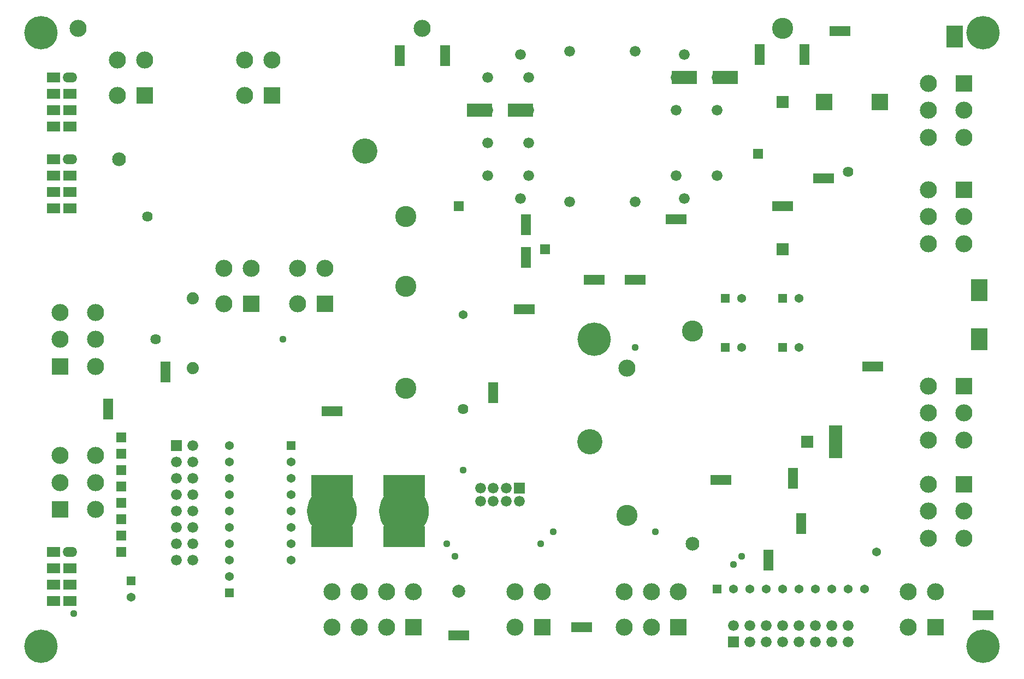
<source format=gbs>
*%FSLAX24Y24*%
*%MOIN*%
G01*
%ADD11C,0.0000*%
%ADD12C,0.0050*%
%ADD13C,0.0060*%
%ADD14C,0.0073*%
%ADD15C,0.0080*%
%ADD16C,0.0100*%
%ADD17C,0.0120*%
%ADD18C,0.0160*%
%ADD19C,0.0200*%
%ADD20C,0.0200*%
%ADD21C,0.0240*%
%ADD22C,0.0250*%
%ADD23C,0.0300*%
%ADD24C,0.0320*%
%ADD25C,0.0380*%
%ADD26C,0.0400*%
%ADD27C,0.0400*%
%ADD28C,0.0440*%
%ADD29C,0.0500*%
%ADD30C,0.0500*%
%ADD31C,0.0520*%
%ADD32C,0.0540*%
%ADD33C,0.0560*%
%ADD34C,0.0580*%
%ADD35C,0.0600*%
%ADD36C,0.0600*%
%ADD37C,0.0620*%
%ADD38C,0.0640*%
%ADD39C,0.0660*%
%ADD40C,0.0670*%
%ADD41C,0.0700*%
%ADD42C,0.0700*%
%ADD43C,0.0740*%
%ADD44C,0.0750*%
%ADD45C,0.0760*%
%ADD46C,0.0790*%
%ADD47C,0.0800*%
%ADD48C,0.0800*%
%ADD49C,0.0840*%
%ADD50O,0.0850X0.0560*%
%ADD51C,0.0870*%
%ADD52O,0.0890X0.0600*%
%ADD53C,0.0950*%
%ADD54C,0.1000*%
%ADD55C,0.1000*%
%ADD56C,0.1040*%
%ADD57C,0.1200*%
%ADD58C,0.1250*%
%ADD59C,0.1250*%
%ADD60C,0.1290*%
%ADD61C,0.1400*%
%ADD62C,0.1500*%
%ADD63C,0.1500*%
%ADD64C,0.1540*%
%ADD65C,0.1600*%
%ADD66C,0.1620*%
%ADD67C,0.1800*%
%ADD68C,0.1820*%
%ADD69C,0.2000*%
%ADD70C,0.2000*%
%ADD71C,0.2040*%
%ADD72C,0.2500*%
%ADD73R,0.0200X0.0200*%
%ADD74R,0.0300X0.0300*%
%ADD75R,0.0350X0.0550*%
%ADD76R,0.0360X0.0360*%
%ADD77R,0.0394X0.1102*%
%ADD78R,0.0400X0.0400*%
%ADD79R,0.0400X0.0500*%
%ADD80R,0.0400X0.2400*%
%ADD81R,0.0500X0.0360*%
%ADD82R,0.0500X0.0500*%
%ADD83R,0.0500X0.0500*%
%ADD84R,0.0500X0.1200*%
%ADD85R,0.0540X0.0400*%
%ADD86R,0.0540X0.0540*%
%ADD87R,0.0550X0.0350*%
%ADD88R,0.0551X0.1417*%
%ADD89R,0.0591X0.1260*%
%ADD90R,0.0600X0.0600*%
%ADD91R,0.0600X0.1250*%
%ADD92R,0.0620X0.0620*%
%ADD93R,0.0631X0.1300*%
%ADD94R,0.0640X0.0640*%
%ADD95R,0.0640X0.1290*%
%ADD96R,0.0660X0.0660*%
%ADD97R,0.0700X0.0700*%
%ADD98R,0.0700X0.0700*%
%ADD99R,0.0700X0.1000*%
%ADD100R,0.0700X0.1900*%
%ADD101R,0.0740X0.0740*%
%ADD102R,0.0740X0.1040*%
%ADD103R,0.0750X0.0560*%
%ADD104R,0.0750X0.2000*%
%ADD105R,0.0790X0.0600*%
%ADD106R,0.0790X0.2040*%
%ADD107R,0.0900X0.0900*%
%ADD108R,0.0900X0.1200*%
%ADD109R,0.0984X0.1299*%
%ADD110R,0.1000X0.1000*%
%ADD111R,0.1000X0.1000*%
%ADD112R,0.1024X0.1339*%
%ADD113R,0.1040X0.1040*%
%ADD114R,0.1100X0.1100*%
%ADD115R,0.1102X0.0394*%
%ADD116R,0.1200X0.0500*%
%ADD117R,0.1200X0.1200*%
%ADD118R,0.1250X0.0150*%
%ADD119R,0.1250X0.0600*%
%ADD120R,0.1290X0.0640*%
%ADD121R,0.1290X0.1290*%
%ADD122R,0.1300X0.0650*%
%ADD123R,0.1300X0.0700*%
%ADD124R,0.1350X0.0600*%
%ADD125R,0.1350X0.0650*%
%ADD126R,0.1400X0.0650*%
%ADD127R,0.1400X0.0700*%
%ADD128R,0.1417X0.0551*%
%ADD129R,0.1500X0.0750*%
%ADD130R,0.1500X0.1500*%
%ADD131R,0.1540X0.0790*%
%ADD132R,0.1900X0.0700*%
%ADD133R,0.2000X0.0750*%
%ADD134R,0.2000X0.2000*%
%ADD135R,0.2040X0.0790*%
%ADD136R,0.2200X0.2200*%
%ADD137R,0.2250X0.0500*%
%ADD138R,0.2500X0.1250*%
%ADD139R,0.2500X0.2500*%
D11*
X130730Y80140D02*
D03*
Y64890D02*
D03*
Y69390D02*
D03*
X127980Y76890D02*
D03*
X128730Y80140D02*
D03*
X127980Y64890D02*
D03*
X128980Y61390D02*
D03*
X125730Y95640D02*
D03*
X125980Y77640D02*
D03*
X126230Y80140D02*
D03*
X125730Y91390D02*
D03*
X123480Y78390D02*
D03*
X124230Y82890D02*
D03*
X124730Y85390D02*
D03*
Y87890D02*
D03*
X123730Y90140D02*
D03*
Y60890D02*
D03*
X122730Y96640D02*
D03*
Y82640D02*
D03*
X122480Y62390D02*
D03*
X119480Y97890D02*
D03*
Y91640D02*
D03*
Y94640D02*
D03*
X120480Y80640D02*
D03*
X119980Y82390D02*
D03*
X120480Y62390D02*
D03*
X118980Y85390D02*
D03*
X119230Y68890D02*
D03*
X118730Y75140D02*
D03*
X118230Y67390D02*
D03*
X116730Y79890D02*
D03*
X115980Y82640D02*
D03*
X116230Y65890D02*
D03*
Y68890D02*
D03*
X114480Y85390D02*
D03*
X114730Y90890D02*
D03*
X113230Y93640D02*
D03*
Y94640D02*
D03*
X111730Y80390D02*
D03*
X113230Y63390D02*
D03*
Y60140D02*
D03*
X109980Y85640D02*
D03*
X110980Y77890D02*
D03*
X110480Y68890D02*
D03*
Y70890D02*
D03*
X110980Y73890D02*
D03*
X108230Y79390D02*
D03*
X107730Y66140D02*
D03*
X106980Y91640D02*
D03*
X106230Y70890D02*
D03*
X107230Y68890D02*
D03*
X106980Y75640D02*
D03*
X105980Y60140D02*
D03*
X104480Y93640D02*
D03*
X105230Y77890D02*
D03*
X104980Y83140D02*
D03*
X104480Y89640D02*
D03*
X103980Y69640D02*
D03*
X105230Y63890D02*
D03*
X105480Y73640D02*
D03*
X103230Y81390D02*
D03*
Y75890D02*
D03*
X102980Y66890D02*
D03*
X103230Y73890D02*
D03*
X101980Y93640D02*
D03*
X100230Y95890D02*
D03*
X100730Y92640D02*
D03*
X100230Y87390D02*
D03*
X100730Y81140D02*
D03*
Y77640D02*
D03*
X101230Y89640D02*
D03*
X97730Y67390D02*
D03*
X99230Y64140D02*
D03*
X98730Y60390D02*
D03*
X99230Y67140D02*
D03*
X99480Y73890D02*
D03*
X96730Y81140D02*
D03*
Y79640D02*
D03*
Y84640D02*
D03*
X97230Y77640D02*
D03*
X96980Y89140D02*
D03*
X97230Y70890D02*
D03*
X94230Y91640D02*
D03*
X94480Y94390D02*
D03*
X91980Y64390D02*
D03*
X92980Y62140D02*
D03*
X92730Y69390D02*
D03*
X90730Y86890D02*
D03*
X91230Y82890D02*
D03*
X90980Y79640D02*
D03*
X90230Y77640D02*
D03*
X91230Y88890D02*
D03*
X90980Y75640D02*
D03*
X88230Y96140D02*
D03*
Y93140D02*
D03*
X89230Y62140D02*
D03*
X88230Y73890D02*
D03*
X88980Y60140D02*
D03*
X87230Y89390D02*
D03*
Y63890D02*
D03*
X86980Y80890D02*
D03*
X86480Y61390D02*
D03*
X86730Y73890D02*
D03*
X84480Y85140D02*
D03*
X84230Y77640D02*
D03*
Y61890D02*
D03*
X85480Y73890D02*
D03*
X82730Y94140D02*
D03*
X82980Y95890D02*
D03*
Y79640D02*
D03*
X82730Y89390D02*
D03*
X82980Y75640D02*
D03*
X83480Y73890D02*
D03*
X80730Y92890D02*
D03*
X80980Y80140D02*
D03*
Y82640D02*
D03*
X80730Y86890D02*
D03*
Y85390D02*
D03*
X81230Y60390D02*
D03*
X81730Y61890D02*
D03*
X80980Y73140D02*
D03*
Y75390D02*
D03*
X76480Y66140D02*
D03*
X75980Y94390D02*
D03*
Y86890D02*
D03*
Y88890D02*
D03*
Y75390D02*
D03*
Y59890D02*
D03*
X72980Y95890D02*
D03*
X72480Y83890D02*
D03*
X73230Y61640D02*
D03*
X72980Y75140D02*
D03*
D28*
X126897Y90986D02*
D03*
X115480Y65390D02*
D03*
X114980Y64890D02*
D03*
X110230Y66890D02*
D03*
X108980Y78140D02*
D03*
X103980Y66890D02*
D03*
X103230Y66140D02*
D03*
X98480Y70640D02*
D03*
X97980Y65390D02*
D03*
X97480Y66140D02*
D03*
X87480Y78640D02*
D03*
X74730Y61890D02*
D03*
D32*
X123730Y65640D02*
D03*
X98480Y80140D02*
D03*
X78230Y62890D02*
D03*
X84230Y64140D02*
D03*
Y65140D02*
D03*
Y66140D02*
D03*
Y67140D02*
D03*
Y68140D02*
D03*
Y69140D02*
D03*
Y70140D02*
D03*
Y71140D02*
D03*
Y72140D02*
D03*
X114980Y63390D02*
D03*
X115980D02*
D03*
X116980D02*
D03*
X117980D02*
D03*
X118980D02*
D03*
X119980D02*
D03*
X120980D02*
D03*
X121980D02*
D03*
X122980D02*
D03*
X115480Y78140D02*
D03*
Y81140D02*
D03*
X118980D02*
D03*
Y78140D02*
D03*
X87980Y71140D02*
D03*
Y70140D02*
D03*
Y69140D02*
D03*
Y68140D02*
D03*
Y67140D02*
D03*
Y66140D02*
D03*
Y65140D02*
D03*
D38*
X121980Y88890D02*
D03*
X98480Y74390D02*
D03*
X79230Y86140D02*
D03*
X79730Y78640D02*
D03*
D39*
X81980Y71140D02*
D03*
Y72140D02*
D03*
X80980Y71140D02*
D03*
Y70140D02*
D03*
X81980D02*
D03*
X80980Y69140D02*
D03*
X81980D02*
D03*
X80980Y68140D02*
D03*
X81980D02*
D03*
X80980Y67140D02*
D03*
X81980D02*
D03*
X80980Y66140D02*
D03*
X81980D02*
D03*
X80980Y65140D02*
D03*
X81980D02*
D03*
X111480Y94640D02*
D03*
Y92640D02*
D03*
Y88640D02*
D03*
X108980Y96240D02*
D03*
Y87040D02*
D03*
X104980Y96240D02*
D03*
Y87040D02*
D03*
X102480Y88640D02*
D03*
Y90640D02*
D03*
Y92640D02*
D03*
Y94640D02*
D03*
X113980D02*
D03*
Y92640D02*
D03*
Y88640D02*
D03*
X111980Y96040D02*
D03*
Y87240D02*
D03*
X101980Y96040D02*
D03*
Y87240D02*
D03*
X99980Y88640D02*
D03*
Y90640D02*
D03*
Y92640D02*
D03*
Y94640D02*
D03*
X101124Y69534D02*
D03*
X100336D02*
D03*
X99549D02*
D03*
X101911Y68746D02*
D03*
X101124D02*
D03*
X100336D02*
D03*
X99549D02*
D03*
X121980Y61140D02*
D03*
Y60140D02*
D03*
X120980Y61140D02*
D03*
Y60140D02*
D03*
X119980Y61140D02*
D03*
Y60140D02*
D03*
X118980Y61140D02*
D03*
Y60140D02*
D03*
X117980Y61140D02*
D03*
Y60140D02*
D03*
X116980Y61140D02*
D03*
Y60140D02*
D03*
X115980D02*
D03*
X114980Y61140D02*
D03*
X115980D02*
D03*
D43*
X81980Y81140D02*
D03*
Y76890D02*
D03*
D46*
X98230Y63240D02*
D03*
D48*
X89360Y68140D02*
X89361D01*
X89360D02*
X89373Y67973D01*
X89410Y67810D01*
X89471Y67654D01*
X89555Y67509D01*
X89659Y67378D01*
X89782Y67264D01*
X89920Y67170D01*
X90071Y67097D01*
X90231Y67048D01*
X90396Y67023D01*
X90564D01*
X90729Y67048D01*
X90889Y67097D01*
X91040Y67170D01*
X91178Y67264D01*
X91301Y67378D01*
X91405Y67509D01*
X91489Y67654D01*
X91550Y67810D01*
X91587Y67973D01*
X91600Y68140D01*
X91601D01*
X91600D02*
X91587Y68307D01*
X91550Y68470D01*
X91489Y68626D01*
X91405Y68771D01*
X91301Y68902D01*
X91178Y69016D01*
X91040Y69110D01*
X90889Y69183D01*
X90729Y69232D01*
X90564Y69257D01*
X90396D01*
X90231Y69232D01*
X90071Y69183D01*
X89920Y69110D01*
X89782Y69016D01*
X89659Y68902D01*
X89555Y68771D01*
X89471Y68626D01*
X89410Y68470D01*
X89373Y68307D01*
X89360Y68140D01*
X90140D02*
X90141D01*
X90140D02*
X90160Y68024D01*
X90220Y67921D01*
X90310Y67846D01*
X90421Y67805D01*
X90539D01*
X90650Y67846D01*
X90740Y67921D01*
X90800Y68024D01*
X90820Y68140D01*
X90821D01*
X90820D02*
X90800Y68256D01*
X90740Y68359D01*
X90650Y68434D01*
X90539Y68475D01*
X90421D01*
X90310Y68434D01*
X90220Y68359D01*
X90160Y68256D01*
X90140Y68140D01*
X93760D02*
X93761D01*
X93760D02*
X93773Y67973D01*
X93810Y67810D01*
X93871Y67654D01*
X93955Y67509D01*
X94059Y67378D01*
X94182Y67264D01*
X94320Y67170D01*
X94471Y67097D01*
X94631Y67048D01*
X94796Y67023D01*
X94964D01*
X95129Y67048D01*
X95289Y67097D01*
X95440Y67170D01*
X95578Y67264D01*
X95701Y67378D01*
X95805Y67509D01*
X95889Y67654D01*
X95950Y67810D01*
X95987Y67973D01*
X96000Y68140D01*
X96001D01*
X96000D02*
X95987Y68307D01*
X95950Y68470D01*
X95889Y68626D01*
X95805Y68771D01*
X95701Y68902D01*
X95578Y69016D01*
X95440Y69110D01*
X95289Y69183D01*
X95129Y69232D01*
X94964Y69257D01*
X94796D01*
X94631Y69232D01*
X94471Y69183D01*
X94320Y69110D01*
X94182Y69016D01*
X94059Y68902D01*
X93955Y68771D01*
X93871Y68626D01*
X93810Y68470D01*
X93773Y68307D01*
X93760Y68140D01*
X94540D02*
X94541D01*
X94540D02*
X94560Y68024D01*
X94620Y67921D01*
X94710Y67846D01*
X94821Y67805D01*
X94939D01*
X95050Y67846D01*
X95140Y67921D01*
X95200Y68024D01*
X95220Y68140D01*
X95221D01*
X95220D02*
X95200Y68256D01*
X95140Y68359D01*
X95050Y68434D01*
X94939Y68475D01*
X94821D01*
X94710Y68434D01*
X94620Y68359D01*
X94560Y68256D01*
X94540Y68140D01*
D49*
X112480Y66140D02*
D03*
X77480Y89640D02*
D03*
D52*
X74480Y65640D02*
D03*
Y94640D02*
D03*
Y89640D02*
D03*
D56*
X108480Y76890D02*
D03*
X95980Y97640D02*
D03*
X74980D02*
D03*
X85153Y93557D02*
D03*
X86807Y95723D02*
D03*
X85153D02*
D03*
X77403Y93557D02*
D03*
X79057Y95723D02*
D03*
X77403D02*
D03*
X76063Y76986D02*
D03*
Y78640D02*
D03*
X73897D02*
D03*
Y80294D02*
D03*
X76063D02*
D03*
Y68236D02*
D03*
Y69890D02*
D03*
X73897D02*
D03*
Y71544D02*
D03*
X76063D02*
D03*
X83903Y82973D02*
D03*
X85557D02*
D03*
X83903Y80807D02*
D03*
X88403Y82973D02*
D03*
X90057D02*
D03*
X88403Y80807D02*
D03*
X93807Y61057D02*
D03*
X92153D02*
D03*
X90500D02*
D03*
X95460Y63223D02*
D03*
X93807D02*
D03*
X92153D02*
D03*
X90500D02*
D03*
X101653Y61057D02*
D03*
X103307Y63223D02*
D03*
X101653D02*
D03*
X108326D02*
D03*
Y61057D02*
D03*
X109980D02*
D03*
Y63223D02*
D03*
X111634Y63223D02*
D03*
X126897Y75794D02*
D03*
Y74140D02*
D03*
X129063D02*
D03*
Y72486D02*
D03*
X126897D02*
D03*
Y87794D02*
D03*
Y86140D02*
D03*
X129063D02*
D03*
Y84486D02*
D03*
X126897D02*
D03*
Y94294D02*
D03*
Y92640D02*
D03*
X129063D02*
D03*
Y90986D02*
D03*
X126897D02*
D03*
X125653Y61057D02*
D03*
X127307Y63223D02*
D03*
X125653D02*
D03*
X126897Y66486D02*
D03*
X129063D02*
D03*
Y68140D02*
D03*
X126897D02*
D03*
Y69794D02*
D03*
D60*
X117980Y97640D02*
D03*
X112480Y79140D02*
D03*
X108480Y67890D02*
D03*
X94980Y81890D02*
D03*
Y86140D02*
D03*
Y75640D02*
D03*
D64*
X106230Y72390D02*
D03*
X92480Y90140D02*
D03*
D71*
X72730Y59890D02*
D03*
X106480Y78640D02*
D03*
X72730Y97390D02*
D03*
X130230D02*
D03*
Y59890D02*
D03*
D86*
X78230Y63890D02*
D03*
X84230Y63140D02*
D03*
X113980Y63390D02*
D03*
X114480Y78140D02*
D03*
Y81140D02*
D03*
X117980D02*
D03*
Y78140D02*
D03*
X87980Y72140D02*
D03*
D93*
X94630Y95990D02*
D03*
X97380D02*
D03*
X116580Y96040D02*
D03*
X119330D02*
D03*
D94*
X103480Y84140D02*
D03*
X98230Y86790D02*
D03*
X77630Y69640D02*
D03*
Y68640D02*
D03*
Y67640D02*
D03*
Y66640D02*
D03*
Y65640D02*
D03*
Y70640D02*
D03*
Y71640D02*
D03*
Y72640D02*
D03*
X116480Y89990D02*
D03*
D95*
X100330Y75390D02*
D03*
X102330Y83640D02*
D03*
Y85640D02*
D03*
X76830Y74390D02*
D03*
X80330Y76640D02*
D03*
X117130Y65140D02*
D03*
X119130Y67390D02*
D03*
X118630Y70140D02*
D03*
D96*
X80980Y72140D02*
D03*
X101911Y69534D02*
D03*
X114980Y60140D02*
D03*
D101*
X119480Y72390D02*
D03*
X117980Y93140D02*
D03*
Y84140D02*
D03*
D105*
X74480Y62640D02*
D03*
Y64640D02*
D03*
Y63640D02*
D03*
X73480Y65640D02*
D03*
Y64640D02*
D03*
Y63640D02*
D03*
Y62640D02*
D03*
X74480Y91640D02*
D03*
Y93640D02*
D03*
Y92640D02*
D03*
X73480Y94640D02*
D03*
Y93640D02*
D03*
Y92640D02*
D03*
Y91640D02*
D03*
Y86640D02*
D03*
Y87640D02*
D03*
Y88640D02*
D03*
Y89640D02*
D03*
X74480Y87640D02*
D03*
Y88640D02*
D03*
Y86640D02*
D03*
D106*
X121230Y72390D02*
D03*
D112*
X129980Y78640D02*
D03*
Y81640D02*
D03*
X128480Y97140D02*
D03*
D113*
X86807Y93557D02*
D03*
X79057D02*
D03*
X73897Y76986D02*
D03*
Y68236D02*
D03*
X85557Y80807D02*
D03*
X90057D02*
D03*
X95460Y61057D02*
D03*
X103307D02*
D03*
X111634D02*
D03*
X129063Y75794D02*
D03*
Y87794D02*
D03*
Y94294D02*
D03*
X123930Y93140D02*
D03*
X120530D02*
D03*
X127307Y61057D02*
D03*
X129063Y69794D02*
D03*
D120*
X90480Y74240D02*
D03*
X102230Y80490D02*
D03*
X106480Y82290D02*
D03*
X108980D02*
D03*
X111480Y85990D02*
D03*
X98230Y60540D02*
D03*
X105730Y61040D02*
D03*
X114230Y70040D02*
D03*
X123480Y76990D02*
D03*
X121480Y97490D02*
D03*
X117980Y86790D02*
D03*
X120480Y88490D02*
D03*
X130230Y61790D02*
D03*
D121*
X91105Y69700D02*
X89855D01*
Y66580D02*
X91105D01*
X94255D02*
X95505D01*
Y69700D02*
X94255D01*
D131*
X111980Y94640D02*
D03*
X101980Y92640D02*
D03*
X114480Y94640D02*
D03*
X99480Y92640D02*
D03*
M02*

</source>
